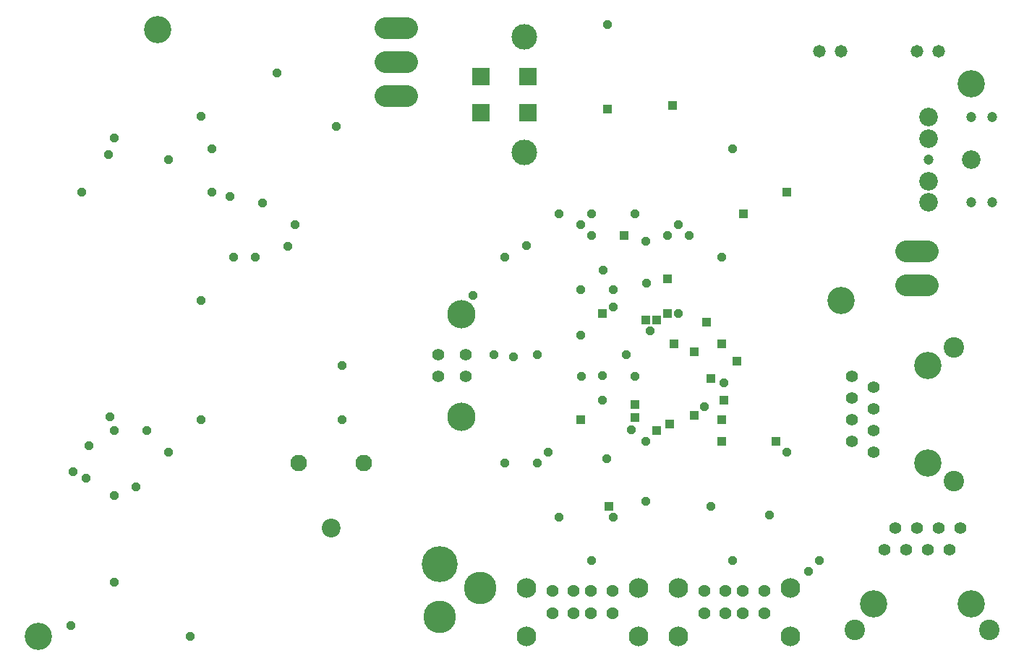
<source format=gbs>
G75*
G70*
%OFA0B0*%
%FSLAX24Y24*%
%IPPOS*%
%LPD*%
%AMOC8*
5,1,8,0,0,1.08239X$1,22.5*
%
%ADD10C,0.1260*%
%ADD11C,0.0560*%
%ADD12C,0.1306*%
%ADD13R,0.0827X0.0827*%
%ADD14C,0.1181*%
%ADD15C,0.0866*%
%ADD16C,0.0768*%
%ADD17C,0.0906*%
%ADD18C,0.0562*%
%ADD19C,0.0550*%
%ADD20C,0.0580*%
%ADD21C,0.0860*%
%ADD22C,0.0472*%
%ADD23C,0.0945*%
%ADD24C,0.1660*%
%ADD25C,0.1502*%
%ADD26C,0.1004*%
%ADD27R,0.0396X0.0396*%
%ADD28OC8,0.0396*%
D10*
X001600Y002500D03*
X038600Y018000D03*
X042600Y015000D03*
X042600Y010500D03*
X044600Y004000D03*
X040100Y004000D03*
X044600Y028000D03*
X007100Y030500D03*
D11*
X020037Y015492D03*
X020037Y014508D03*
X021297Y014508D03*
X021297Y015492D03*
X039100Y014500D03*
X040100Y014000D03*
X039100Y013500D03*
X040100Y013000D03*
X039100Y012500D03*
X040100Y012000D03*
X039100Y011500D03*
X040100Y011000D03*
X041100Y007500D03*
X042100Y007500D03*
X043100Y007500D03*
X044100Y007500D03*
X043600Y006500D03*
X042600Y006500D03*
X041600Y006500D03*
X040600Y006500D03*
D12*
X021100Y012630D03*
X021100Y017370D03*
D13*
X022017Y026673D03*
X022017Y028327D03*
X024183Y028327D03*
X024183Y026673D03*
D14*
X024002Y024823D03*
X024002Y030177D03*
D15*
X015100Y007500D03*
D16*
X013600Y010500D03*
X016600Y010500D03*
D17*
X024100Y004736D03*
X024100Y002500D03*
X029273Y002500D03*
X031100Y002500D03*
X031100Y004736D03*
X029273Y004736D03*
X036273Y004736D03*
X036273Y002500D03*
D18*
X035065Y003567D03*
X034080Y003567D03*
X033293Y003567D03*
X032309Y003567D03*
X032309Y004598D03*
X033293Y004598D03*
X034080Y004598D03*
X035065Y004598D03*
X028065Y004598D03*
X027080Y004598D03*
X026293Y004598D03*
X025309Y004598D03*
X025309Y003567D03*
X026293Y003567D03*
X027080Y003567D03*
X028065Y003567D03*
D19*
X037600Y029500D03*
X038600Y029500D03*
X042100Y029500D03*
X043100Y029500D03*
D20*
X043100Y029500D03*
X042100Y029500D03*
X038600Y029500D03*
X037600Y029500D03*
D21*
X042631Y026469D03*
X042631Y025484D03*
X044600Y024500D03*
X042631Y023516D03*
X042631Y022531D03*
D22*
X044600Y022531D03*
X045584Y022531D03*
X042631Y024500D03*
X044600Y026469D03*
X045584Y026469D03*
D23*
X043801Y015843D03*
X043801Y009657D03*
X045443Y002799D03*
X039257Y002799D03*
D24*
X020100Y005854D03*
D25*
X021990Y004732D03*
X020100Y003394D03*
D26*
X041598Y018720D02*
X042602Y018720D01*
X042602Y020280D02*
X041598Y020280D01*
X018602Y027441D02*
X017598Y027441D01*
X017598Y029000D02*
X018602Y029000D01*
X018602Y030559D02*
X017598Y030559D01*
D27*
X027850Y026850D03*
X030850Y027000D03*
X036100Y023000D03*
X034100Y022000D03*
X030600Y019000D03*
X030600Y017400D03*
X030100Y017100D03*
X029600Y017100D03*
X030900Y016000D03*
X031850Y015650D03*
X033100Y016000D03*
X033800Y015200D03*
X032600Y014400D03*
X033200Y013400D03*
X033100Y012500D03*
X031850Y012700D03*
X030700Y012300D03*
X030100Y012000D03*
X029100Y012600D03*
X029100Y013200D03*
X026600Y012500D03*
X027900Y008500D03*
X033100Y011500D03*
X035600Y011500D03*
X032400Y017000D03*
X027600Y017400D03*
X028600Y021000D03*
D28*
X029600Y020750D03*
X030600Y021000D03*
X031100Y021500D03*
X031600Y021000D03*
X033100Y020000D03*
X029650Y018800D03*
X028100Y018500D03*
X028100Y017700D03*
X026600Y018500D03*
X027650Y019400D03*
X027100Y021000D03*
X026600Y021500D03*
X027100Y022000D03*
X025600Y022000D03*
X024100Y020550D03*
X023100Y020000D03*
X021650Y018250D03*
X022600Y015500D03*
X023500Y015400D03*
X024600Y015500D03*
X026600Y016400D03*
X028700Y015500D03*
X029100Y014500D03*
X027600Y014550D03*
X026650Y014500D03*
X027600Y013400D03*
X028950Y012050D03*
X029600Y011500D03*
X027800Y010700D03*
X029600Y008750D03*
X028100Y008000D03*
X027100Y006000D03*
X025600Y008000D03*
X024600Y010500D03*
X025100Y011000D03*
X023100Y010500D03*
X015600Y012500D03*
X015600Y015000D03*
X009100Y012500D03*
X007600Y011000D03*
X006600Y012000D03*
X005100Y012000D03*
X004900Y012650D03*
X003950Y011300D03*
X003220Y010120D03*
X003800Y009800D03*
X005100Y009000D03*
X006100Y009400D03*
X005100Y005000D03*
X003100Y003000D03*
X008600Y002500D03*
X009100Y018000D03*
X010600Y020000D03*
X011600Y020000D03*
X013100Y020500D03*
X013450Y021500D03*
X011950Y022500D03*
X010450Y022800D03*
X009600Y023000D03*
X007600Y024500D03*
X009600Y025000D03*
X009100Y026500D03*
X012600Y028500D03*
X015350Y026050D03*
X005100Y025500D03*
X004850Y024750D03*
X003600Y023000D03*
X027850Y030750D03*
X033600Y025000D03*
X029100Y022000D03*
X031100Y017400D03*
X029800Y016600D03*
X033200Y014200D03*
X032300Y013100D03*
X036100Y011000D03*
X035300Y008100D03*
X033600Y006000D03*
X032600Y008500D03*
X037100Y005500D03*
X037600Y006000D03*
M02*

</source>
